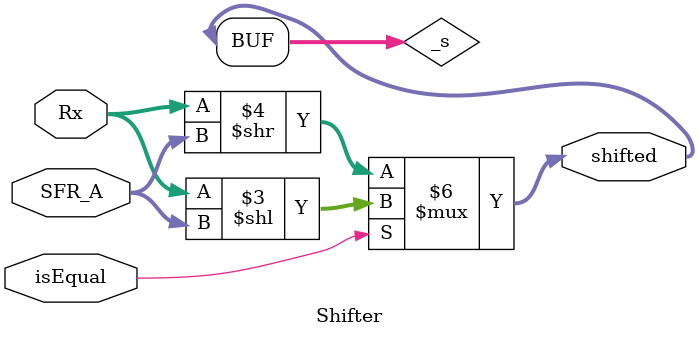
<source format=v>
`timescale 1ns / 1ps

module Shifter(
    input isEqual,
    input [15:0] Rx, SFR_A,
    output [15:0] shifted
    );
    
	reg[15:0] _s;
    always @* begin
    
        if(isEqual == 1'b1) begin
        
            _s = Rx << SFR_A;
        
        end
        else begin
        
            _s = Rx >> SFR_A;
        
        end
        
        
   end
   assign shifted = _s;
endmodule

</source>
